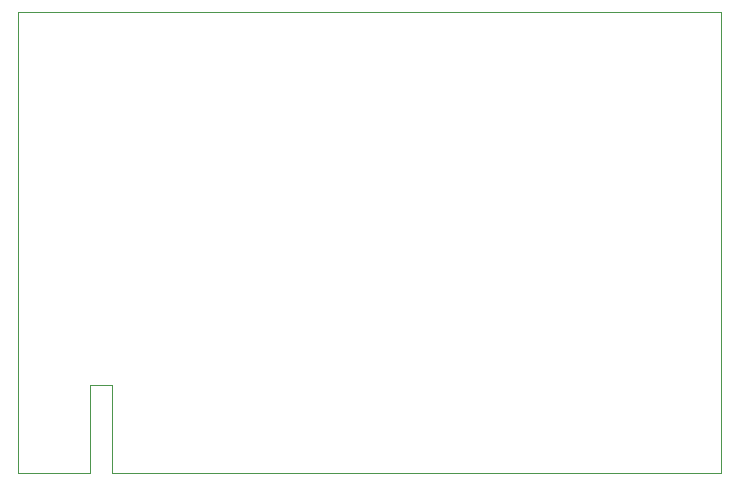
<source format=gbr>
%TF.GenerationSoftware,KiCad,Pcbnew,8.0.2*%
%TF.CreationDate,2024-05-20T10:45:04+02:00*%
%TF.ProjectId,zx81-external-16k,7a783831-2d65-4787-9465-726e616c2d31,rev?*%
%TF.SameCoordinates,Original*%
%TF.FileFunction,Profile,NP*%
%FSLAX46Y46*%
G04 Gerber Fmt 4.6, Leading zero omitted, Abs format (unit mm)*
G04 Created by KiCad (PCBNEW 8.0.2) date 2024-05-20 10:45:04*
%MOMM*%
%LPD*%
G01*
G04 APERTURE LIST*
%TA.AperFunction,Profile*%
%ADD10C,0.050000*%
%TD*%
%TA.AperFunction,Profile*%
%ADD11C,0.100000*%
%TD*%
G04 APERTURE END LIST*
D10*
X106150000Y-128490000D02*
X106150000Y-121040000D01*
D11*
X159530000Y-128500000D02*
X107960000Y-128490000D01*
D10*
X106150000Y-121040000D02*
X107950000Y-121040000D01*
D11*
X159530000Y-89460000D02*
X159530000Y-128500000D01*
D10*
X107950000Y-121040000D02*
X107960000Y-128490000D01*
D11*
X106150000Y-128490000D02*
X100040000Y-128500000D01*
X100040000Y-89460000D02*
X159530000Y-89460000D01*
X100040000Y-128500000D02*
X100040000Y-89460000D01*
M02*

</source>
